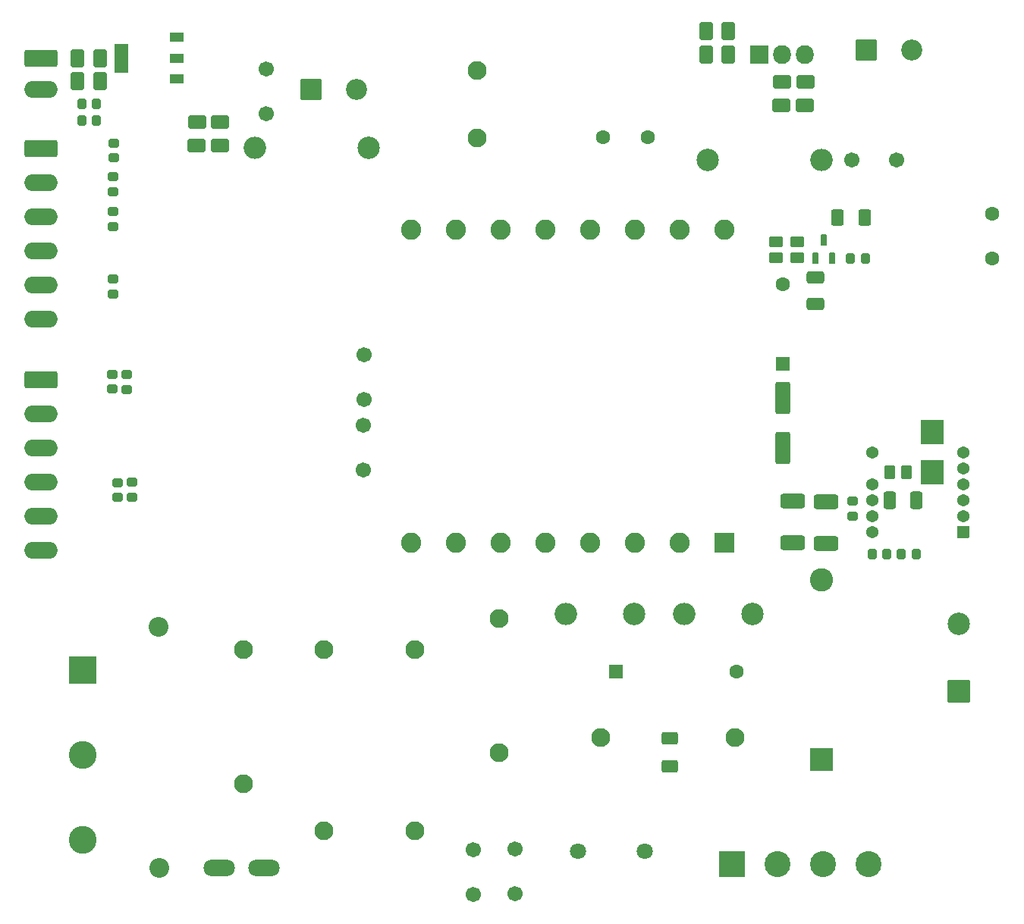
<source format=gbr>
%TF.GenerationSoftware,KiCad,Pcbnew,8.0.3*%
%TF.CreationDate,2024-10-06T17:07:34+07:00*%
%TF.ProjectId,Power_Supply,506f7765-725f-4537-9570-706c792e6b69,rev?*%
%TF.SameCoordinates,Original*%
%TF.FileFunction,Soldermask,Bot*%
%TF.FilePolarity,Negative*%
%FSLAX46Y46*%
G04 Gerber Fmt 4.6, Leading zero omitted, Abs format (unit mm)*
G04 Created by KiCad (PCBNEW 8.0.3) date 2024-10-06 17:07:34*
%MOMM*%
%LPD*%
G01*
G04 APERTURE LIST*
G04 Aperture macros list*
%AMRoundRect*
0 Rectangle with rounded corners*
0 $1 Rounding radius*
0 $2 $3 $4 $5 $6 $7 $8 $9 X,Y pos of 4 corners*
0 Add a 4 corners polygon primitive as box body*
4,1,4,$2,$3,$4,$5,$6,$7,$8,$9,$2,$3,0*
0 Add four circle primitives for the rounded corners*
1,1,$1+$1,$2,$3*
1,1,$1+$1,$4,$5*
1,1,$1+$1,$6,$7*
1,1,$1+$1,$8,$9*
0 Add four rect primitives between the rounded corners*
20,1,$1+$1,$2,$3,$4,$5,0*
20,1,$1+$1,$4,$5,$6,$7,0*
20,1,$1+$1,$6,$7,$8,$9,0*
20,1,$1+$1,$8,$9,$2,$3,0*%
G04 Aperture macros list end*
%ADD10C,2.101600*%
%ADD11RoundRect,0.050800X-1.075000X1.075000X-1.075000X-1.075000X1.075000X-1.075000X1.075000X1.075000X0*%
%ADD12C,2.251600*%
%ADD13C,2.501600*%
%ADD14O,2.501600X2.501600*%
%ADD15C,1.701600*%
%ADD16RoundRect,0.050800X1.200000X-1.200000X1.200000X1.200000X-1.200000X1.200000X-1.200000X-1.200000X0*%
%ADD17RoundRect,0.050800X-0.750000X-0.750000X0.750000X-0.750000X0.750000X0.750000X-0.750000X0.750000X0*%
%ADD18C,1.601600*%
%ADD19RoundRect,0.050800X-1.117600X-1.117600X1.117600X-1.117600X1.117600X1.117600X-1.117600X1.117600X0*%
%ADD20C,2.336800*%
%ADD21C,1.600200*%
%ADD22RoundRect,0.050800X-0.749300X0.749300X-0.749300X-0.749300X0.749300X-0.749300X0.749300X0.749300X0*%
%ADD23RoundRect,0.050800X1.250000X-1.250000X1.250000X1.250000X-1.250000X1.250000X-1.250000X-1.250000X0*%
%ADD24C,2.601600*%
%ADD25RoundRect,0.050800X-0.952500X-1.000000X0.952500X-1.000000X0.952500X1.000000X-0.952500X1.000000X0*%
%ADD26O,2.006600X2.101600*%
%ADD27RoundRect,0.264111X-1.586689X0.686689X-1.586689X-0.686689X1.586689X-0.686689X1.586689X0.686689X0*%
%ADD28O,3.701600X1.901600*%
%ADD29O,3.504000X1.854000*%
%ADD30RoundRect,0.050800X-1.400000X-1.400000X1.400000X-1.400000X1.400000X1.400000X-1.400000X1.400000X0*%
%ADD31C,2.901600*%
%ADD32C,1.801600*%
%ADD33C,2.204000*%
%ADD34RoundRect,0.050800X-1.500000X1.500000X-1.500000X-1.500000X1.500000X-1.500000X1.500000X1.500000X0*%
%ADD35C,3.101600*%
%ADD36C,1.371600*%
%ADD37RoundRect,0.050800X0.635000X0.635000X-0.635000X0.635000X-0.635000X-0.635000X0.635000X-0.635000X0*%
%ADD38RoundRect,0.299756X0.314744X0.502244X-0.314744X0.502244X-0.314744X-0.502244X0.314744X-0.502244X0*%
%ADD39RoundRect,0.265875X-0.584925X1.534925X-0.584925X-1.534925X0.584925X-1.534925X0.584925X1.534925X0*%
%ADD40RoundRect,0.259080X0.502920X-0.747920X0.502920X0.747920X-0.502920X0.747920X-0.502920X-0.747920X0*%
%ADD41RoundRect,0.251000X0.326000X-0.251000X0.326000X0.251000X-0.326000X0.251000X-0.326000X-0.251000X0*%
%ADD42RoundRect,0.294347X0.382653X0.707653X-0.382653X0.707653X-0.382653X-0.707653X0.382653X-0.707653X0*%
%ADD43RoundRect,0.251000X-0.326000X0.251000X-0.326000X-0.251000X0.326000X-0.251000X0.326000X0.251000X0*%
%ADD44RoundRect,0.259080X0.747920X0.502920X-0.747920X0.502920X-0.747920X-0.502920X0.747920X-0.502920X0*%
%ADD45RoundRect,0.251000X-0.251000X-0.326000X0.251000X-0.326000X0.251000X0.326000X-0.251000X0.326000X0*%
%ADD46RoundRect,0.299756X0.502244X-0.314744X0.502244X0.314744X-0.502244X0.314744X-0.502244X-0.314744X0*%
%ADD47RoundRect,0.251000X0.251000X0.326000X-0.251000X0.326000X-0.251000X-0.326000X0.251000X-0.326000X0*%
%ADD48RoundRect,0.269539X0.431261X0.656261X-0.431261X0.656261X-0.431261X-0.656261X0.431261X-0.656261X0*%
%ADD49RoundRect,0.259080X-0.502920X0.747920X-0.502920X-0.747920X0.502920X-0.747920X0.502920X0.747920X0*%
%ADD50RoundRect,0.102000X-1.200000X-1.250000X1.200000X-1.250000X1.200000X1.250000X-1.200000X1.250000X0*%
%ADD51RoundRect,0.266655X-1.109145X0.546645X-1.109145X-0.546645X1.109145X-0.546645X1.109145X0.546645X0*%
%ADD52RoundRect,0.299756X-0.502244X0.314744X-0.502244X-0.314744X0.502244X-0.314744X0.502244X0.314744X0*%
%ADD53RoundRect,0.294347X0.707653X-0.382653X0.707653X0.382653X-0.707653X0.382653X-0.707653X-0.382653X0*%
%ADD54RoundRect,0.050800X0.266700X0.584200X-0.266700X0.584200X-0.266700X-0.584200X0.266700X-0.584200X0*%
%ADD55RoundRect,0.050800X0.725000X-0.450000X0.725000X0.450000X-0.725000X0.450000X-0.725000X-0.450000X0*%
%ADD56RoundRect,0.050800X0.725000X-1.574999X0.725000X1.574999X-0.725000X1.574999X-0.725000X-1.574999X0*%
%ADD57RoundRect,0.269539X0.656261X-0.431261X0.656261X0.431261X-0.656261X0.431261X-0.656261X-0.431261X0*%
%ADD58RoundRect,0.266655X1.109145X-0.546645X1.109145X0.546645X-1.109145X0.546645X-1.109145X-0.546645X0*%
G04 APERTURE END LIST*
D10*
%TO.C,C6*%
X117507200Y-111878900D03*
X132507000Y-111878900D03*
%TD*%
D11*
%TO.C,T1*%
X131365600Y-90123600D03*
D12*
X126365600Y-90123600D03*
X121365600Y-90123600D03*
X116365600Y-90123600D03*
X111365600Y-90123600D03*
X106365600Y-90123600D03*
X101365600Y-90123600D03*
X96365600Y-90123600D03*
X96365600Y-55123600D03*
X101365600Y-55123600D03*
X106365600Y-55123600D03*
X111365600Y-55123600D03*
X116365600Y-55123600D03*
X121365600Y-55123600D03*
X126365600Y-55123600D03*
X131365600Y-55123600D03*
%TD*%
D13*
%TO.C,R9*%
X91611500Y-45948300D03*
D14*
X78911500Y-45948300D03*
%TD*%
D15*
%TO.C,C3*%
X107970200Y-124277000D03*
X107970200Y-129277000D03*
%TD*%
D16*
%TO.C,C5*%
X157500200Y-106667000D03*
D13*
X157500200Y-99167000D03*
%TD*%
D17*
%TO.C,D2*%
X119239200Y-104477000D03*
D18*
X132701200Y-104477000D03*
%TD*%
D19*
%TO.C,CR2*%
X85170200Y-39467000D03*
D20*
X90250200Y-39467000D03*
%TD*%
D21*
%TO.C,D3*%
X137830200Y-61237000D03*
D22*
X137830200Y-70137160D03*
%TD*%
D23*
%TO.C,CR1*%
X142140200Y-114307000D03*
D24*
X142140200Y-94247000D03*
%TD*%
D13*
%TO.C,R6*%
X134480200Y-98077000D03*
D14*
X126860200Y-98077000D03*
%TD*%
D15*
%TO.C,C7*%
X91050200Y-81957000D03*
X91050200Y-76957000D03*
%TD*%
%TO.C,C26*%
X145530200Y-47357000D03*
X150530200Y-47357000D03*
%TD*%
D25*
%TO.C,U5*%
X135260200Y-35552000D03*
D26*
X137800200Y-35552000D03*
X140340200Y-35552000D03*
%TD*%
D15*
%TO.C,C2*%
X103320200Y-124377000D03*
X103320200Y-129377000D03*
%TD*%
D27*
%TO.C,J2*%
X55060200Y-46097000D03*
D28*
X55060200Y-49907000D03*
X55060200Y-53717000D03*
X55060200Y-57527000D03*
X55060200Y-61337000D03*
X55060200Y-65147000D03*
%TD*%
D29*
%TO.C,RV1*%
X79920200Y-126427000D03*
X74920200Y-126427000D03*
%TD*%
D15*
%TO.C,C10*%
X80170200Y-42197000D03*
X80170200Y-37197000D03*
%TD*%
D30*
%TO.C,D1*%
X132172700Y-125979500D03*
D31*
X137252700Y-125979500D03*
X142332700Y-125979500D03*
X147412700Y-125979500D03*
%TD*%
D13*
%TO.C,R7*%
X121230200Y-98077000D03*
D14*
X113610200Y-98077000D03*
%TD*%
D13*
%TO.C,R15*%
X129478900Y-47345700D03*
D14*
X142178900Y-47345700D03*
%TD*%
D32*
%TO.C,TH1*%
X114970200Y-124527000D03*
X122470200Y-124527000D03*
%TD*%
D18*
%TO.C,L3*%
X161250200Y-53387000D03*
X161250200Y-58387000D03*
%TD*%
D10*
%TO.C,C4*%
X106168300Y-98564000D03*
X106168300Y-113563800D03*
%TD*%
%TO.C,C12*%
X103710200Y-37347000D03*
X103710200Y-44847000D03*
%TD*%
D19*
%TO.C,CR3*%
X147160200Y-35023100D03*
D20*
X152240200Y-35023100D03*
%TD*%
D33*
%TO.C,F1*%
X68194800Y-99515800D03*
X68220200Y-126414400D03*
%TD*%
D27*
%TO.C,J3*%
X55050200Y-71897000D03*
D28*
X55050200Y-75707000D03*
X55050200Y-79517000D03*
X55050200Y-83327000D03*
X55050200Y-87137000D03*
X55050200Y-90947000D03*
%TD*%
D34*
%TO.C,J1*%
X59732800Y-104287002D03*
D35*
X59732800Y-113787000D03*
X59732800Y-123286999D03*
%TD*%
D36*
%TO.C,U1*%
X147857200Y-88910000D03*
X147857200Y-87132000D03*
X147857200Y-85354000D03*
X147857200Y-83576000D03*
X147857200Y-80020000D03*
X158017200Y-80020000D03*
X158017200Y-81798000D03*
X158017200Y-83576000D03*
X158017200Y-85354000D03*
X158017200Y-87132000D03*
D37*
X158017200Y-88910000D03*
%TD*%
D10*
%TO.C,FL1*%
X96825600Y-102011600D03*
X96825600Y-122311600D03*
X86625600Y-102011600D03*
X86625600Y-122311600D03*
%TD*%
D18*
%TO.C,L2*%
X117800200Y-44767000D03*
X122800200Y-44767000D03*
%TD*%
D27*
%TO.C,J4*%
X55072700Y-35982000D03*
D28*
X55072700Y-39482000D03*
%TD*%
D10*
%TO.C,C1*%
X77618300Y-102064000D03*
X77618300Y-117063800D03*
%TD*%
D15*
%TO.C,C25*%
X91090200Y-74077000D03*
X91090200Y-69077000D03*
%TD*%
D38*
%TO.C,R10*%
X151638236Y-82247400D03*
X149813236Y-82247400D03*
%TD*%
D39*
%TO.C,C11*%
X137830200Y-73897000D03*
X137830200Y-79497000D03*
%TD*%
D40*
%TO.C,C17*%
X129287700Y-35542000D03*
X129287700Y-32942000D03*
%TD*%
D41*
%TO.C,R23*%
X63120000Y-50890000D03*
X63120000Y-49240000D03*
%TD*%
D42*
%TO.C,C8*%
X152729100Y-85352800D03*
X149779100Y-85352800D03*
%TD*%
D43*
%TO.C,R3*%
X145650400Y-85484000D03*
X145650400Y-87134000D03*
%TD*%
D41*
%TO.C,R24*%
X65180000Y-85010000D03*
X65180000Y-83360000D03*
%TD*%
D44*
%TO.C,C20*%
X140325200Y-41234500D03*
X137725200Y-41234500D03*
%TD*%
D45*
%TO.C,R12*%
X145407200Y-58356800D03*
X147057200Y-58356800D03*
%TD*%
D46*
%TO.C,R13*%
X137059800Y-58295036D03*
X137059800Y-56470036D03*
%TD*%
D44*
%TO.C,C30*%
X75035200Y-45719500D03*
X72435200Y-45719500D03*
%TD*%
D47*
%TO.C,R26*%
X61233200Y-41087200D03*
X59583200Y-41087200D03*
%TD*%
D48*
%TO.C,R11*%
X147020200Y-53777000D03*
X143920200Y-53777000D03*
%TD*%
D41*
%TO.C,R25*%
X63120000Y-54780000D03*
X63120000Y-53130000D03*
%TD*%
D45*
%TO.C,R4*%
X151070200Y-91387000D03*
X152720200Y-91387000D03*
%TD*%
D49*
%TO.C,C31*%
X59072700Y-35962000D03*
X59072700Y-38562000D03*
%TD*%
D41*
%TO.C,R22*%
X63150000Y-47100000D03*
X63150000Y-45450000D03*
%TD*%
%TO.C,R32*%
X63620000Y-85050000D03*
X63620000Y-83400000D03*
%TD*%
D50*
%TO.C,C9*%
X154530200Y-82242200D03*
X154530200Y-77771800D03*
%TD*%
D47*
%TO.C,R29*%
X61233200Y-42937200D03*
X59583200Y-42937200D03*
%TD*%
D51*
%TO.C,R1*%
X138948950Y-85457000D03*
X138948950Y-90132000D03*
%TD*%
D41*
%TO.C,R31*%
X64580000Y-72960000D03*
X64580000Y-71310000D03*
%TD*%
D49*
%TO.C,C32*%
X61692700Y-35972000D03*
X61692700Y-38572000D03*
%TD*%
D52*
%TO.C,R14*%
X139420600Y-56458964D03*
X139420600Y-58283964D03*
%TD*%
D45*
%TO.C,R5*%
X147840200Y-91387000D03*
X149490200Y-91387000D03*
%TD*%
D53*
%TO.C,C15*%
X141464400Y-63425900D03*
X141464400Y-60475900D03*
%TD*%
D54*
%TO.C,U4*%
X143360201Y-58343000D03*
X141460199Y-58343000D03*
X142410200Y-56311000D03*
%TD*%
D55*
%TO.C,U8*%
X70172191Y-33656588D03*
X70172191Y-35956588D03*
X70172191Y-38256588D03*
D56*
X64022191Y-35956588D03*
%TD*%
D44*
%TO.C,C19*%
X140355200Y-38624500D03*
X137755200Y-38624500D03*
%TD*%
D57*
%TO.C,R8*%
X125220200Y-115077000D03*
X125220200Y-111977000D03*
%TD*%
D41*
%TO.C,R27*%
X63090000Y-62310000D03*
X63090000Y-60660000D03*
%TD*%
D58*
%TO.C,R2*%
X142638950Y-90159500D03*
X142638950Y-85484500D03*
%TD*%
D44*
%TO.C,C29*%
X75055200Y-43069500D03*
X72455200Y-43069500D03*
%TD*%
D41*
%TO.C,R30*%
X62980000Y-72950000D03*
X62980000Y-71300000D03*
%TD*%
D40*
%TO.C,C18*%
X131767700Y-35542000D03*
X131767700Y-32942000D03*
%TD*%
M02*

</source>
